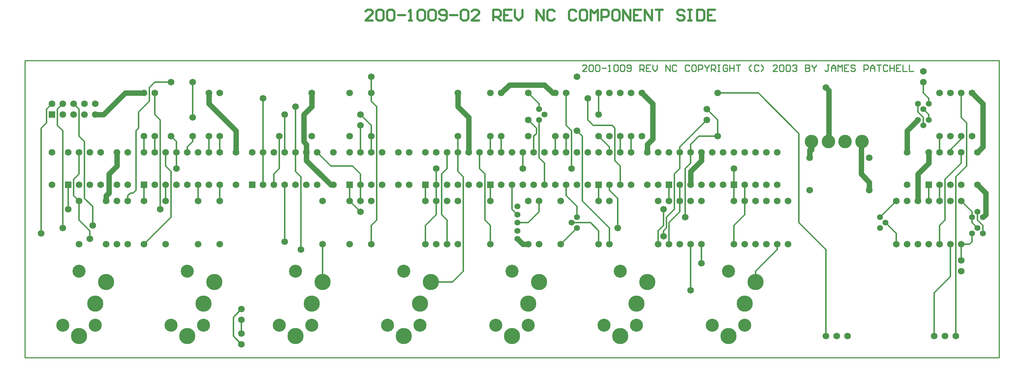
<source format=gtl>
*%FSLAX23Y23*%
*%MOIN*%
G01*
%ADD11C,0.007*%
%ADD12C,0.008*%
%ADD13C,0.010*%
%ADD14C,0.012*%
%ADD15C,0.020*%
%ADD16C,0.032*%
%ADD17C,0.036*%
%ADD18C,0.050*%
%ADD19C,0.052*%
%ADD20C,0.055*%
%ADD21C,0.056*%
%ADD22C,0.060*%
%ADD23C,0.061*%
%ADD24C,0.062*%
%ADD25C,0.066*%
%ADD26C,0.068*%
%ADD27C,0.070*%
%ADD28C,0.080*%
%ADD29C,0.090*%
%ADD30C,0.095*%
%ADD31C,0.115*%
%ADD32C,0.120*%
%ADD33C,0.125*%
%ADD34C,0.126*%
%ADD35C,0.131*%
%ADD36C,0.150*%
%ADD37C,0.156*%
%ADD38R,0.062X0.062*%
%ADD39R,0.068X0.068*%
D13*
X10925Y9130D02*
X10965D01*
X10925D02*
X10965Y9170D01*
Y9180D01*
X10955Y9190D01*
X10935D01*
X10925Y9180D01*
X10985D02*
X10995Y9190D01*
X11015D01*
X11025Y9180D01*
Y9140D01*
X11015Y9130D01*
X10995D01*
X10985Y9140D01*
Y9180D01*
X11045D02*
X11055Y9190D01*
X11075D01*
X11085Y9180D01*
Y9140D01*
X11075Y9130D01*
X11055D01*
X11045Y9140D01*
Y9180D01*
X11105Y9160D02*
X11145D01*
X11165Y9130D02*
X11185D01*
X11175D01*
Y9190D01*
X11176D01*
X11175D02*
X11165Y9180D01*
X11215D02*
X11225Y9190D01*
X11245D01*
X11255Y9180D01*
Y9140D01*
X11245Y9130D01*
X11225D01*
X11215Y9140D01*
Y9180D01*
X11275D02*
X11285Y9190D01*
X11305D01*
X11315Y9180D01*
Y9140D01*
X11305Y9130D01*
X11285D01*
X11275Y9140D01*
Y9180D01*
X11335Y9140D02*
X11345Y9130D01*
X11365D01*
X11375Y9140D01*
Y9180D01*
X11365Y9190D01*
X11345D01*
X11335Y9180D01*
Y9170D01*
X11345Y9160D01*
X11375D01*
X11455Y9130D02*
Y9190D01*
X11485D01*
X11495Y9180D01*
Y9160D01*
X11485Y9150D01*
X11455D01*
X11475D02*
X11495Y9130D01*
X11515Y9190D02*
X11555D01*
X11515D02*
Y9130D01*
X11555D01*
X11535Y9160D02*
X11515D01*
X11575Y9150D02*
Y9190D01*
Y9150D02*
X11595Y9130D01*
X11615Y9150D01*
Y9190D01*
X11695D02*
Y9130D01*
X11735D02*
X11695Y9190D01*
X11735D02*
Y9130D01*
X11795Y9180D02*
X11785Y9190D01*
X11765D01*
X11755Y9180D01*
Y9140D01*
X11765Y9130D01*
X11785D01*
X11795Y9140D01*
X11905Y9190D02*
X11915Y9180D01*
X11905Y9190D02*
X11885D01*
X11875Y9180D01*
Y9140D01*
X11885Y9130D01*
X11905D01*
X11915Y9140D01*
X11945Y9190D02*
X11965D01*
X11945D02*
X11935Y9180D01*
Y9140D01*
X11945Y9130D01*
X11965D01*
X11975Y9140D01*
Y9180D01*
X11965Y9190D01*
X11995D02*
Y9130D01*
Y9190D02*
X12025D01*
X12035Y9180D01*
Y9160D01*
X12025Y9150D01*
X11995D01*
X12055Y9180D02*
Y9190D01*
Y9180D02*
X12075Y9160D01*
X12095Y9180D01*
Y9190D01*
X12075Y9160D02*
Y9130D01*
X12115D02*
Y9190D01*
X12145D01*
X12155Y9180D01*
Y9160D01*
X12145Y9150D01*
X12115D01*
X12135D02*
X12155Y9130D01*
X12175Y9190D02*
X12195D01*
X12185D01*
Y9130D01*
X12175D01*
X12195D01*
X12255Y9190D02*
X12265Y9180D01*
X12255Y9190D02*
X12235D01*
X12225Y9180D01*
Y9140D01*
X12235Y9130D01*
X12255D01*
X12265Y9140D01*
Y9160D01*
X12245D01*
X12285Y9190D02*
Y9130D01*
Y9160D01*
X12325D01*
Y9190D01*
Y9130D01*
X12345Y9190D02*
X12385D01*
X12365D01*
Y9130D01*
X12465Y9150D02*
X12484Y9130D01*
X12465Y9150D02*
Y9170D01*
X12484Y9190D01*
X12544D02*
X12554Y9180D01*
X12544Y9190D02*
X12524D01*
X12514Y9180D01*
Y9140D01*
X12524Y9130D01*
X12544D01*
X12554Y9140D01*
X12574Y9130D02*
X12594Y9150D01*
Y9170D01*
X12574Y9190D01*
X12684Y9130D02*
X12724D01*
X12684D02*
X12724Y9170D01*
Y9180D01*
X12714Y9190D01*
X12694D01*
X12684Y9180D01*
X12744D02*
X12754Y9190D01*
X12774D01*
X12784Y9180D01*
Y9140D01*
X12774Y9130D01*
X12754D01*
X12744Y9140D01*
Y9180D01*
X12804D02*
X12814Y9190D01*
X12834D01*
X12844Y9180D01*
Y9140D01*
X12834Y9130D01*
X12814D01*
X12804Y9140D01*
Y9180D01*
X12864D02*
X12874Y9190D01*
X12894D01*
X12904Y9180D01*
Y9170D01*
X12905D01*
X12904D02*
X12905D01*
X12904D02*
X12905D01*
X12904D02*
X12894Y9160D01*
X12884D01*
X12894D01*
X12904Y9150D01*
Y9140D01*
X12894Y9130D01*
X12874D01*
X12864Y9140D01*
X12984Y9130D02*
Y9190D01*
Y9130D02*
X13014D01*
X13024Y9140D01*
Y9150D01*
X13014Y9160D01*
X12984D01*
X12985D01*
X12984D02*
X12985D01*
X12984D02*
X12985D01*
X12984D02*
X13014D01*
X13024Y9170D01*
Y9180D01*
X13014Y9190D01*
X12984D01*
X13044D02*
Y9180D01*
X13064Y9160D01*
X13084Y9180D01*
Y9190D01*
X13064Y9160D02*
Y9130D01*
X13184Y9190D02*
X13204D01*
X13194D02*
X13184D01*
X13194D02*
Y9140D01*
X13184Y9130D01*
X13174D01*
X13164Y9140D01*
X13224Y9130D02*
Y9170D01*
X13244Y9190D01*
X13264Y9170D01*
Y9130D01*
Y9160D01*
X13224D01*
X13284Y9130D02*
Y9190D01*
X13304Y9170D01*
X13324Y9190D01*
Y9130D01*
X13344Y9190D02*
X13384D01*
X13344D02*
Y9130D01*
X13384D01*
X13364Y9160D02*
X13344D01*
X13434Y9190D02*
X13444Y9180D01*
X13434Y9190D02*
X13414D01*
X13404Y9180D01*
Y9170D01*
X13414Y9160D01*
X13434D01*
X13444Y9150D01*
Y9140D01*
X13434Y9130D01*
X13414D01*
X13404Y9140D01*
X13524Y9130D02*
Y9190D01*
X13554D01*
X13564Y9180D01*
Y9160D01*
X13554Y9150D01*
X13524D01*
X13584Y9130D02*
Y9170D01*
X13604Y9190D01*
X13624Y9170D01*
Y9130D01*
Y9160D01*
X13584D01*
X13644Y9190D02*
X13684D01*
X13664D01*
Y9130D01*
X13734Y9190D02*
X13744Y9180D01*
X13734Y9190D02*
X13714D01*
X13704Y9180D01*
Y9140D01*
X13714Y9130D01*
X13734D01*
X13744Y9140D01*
X13764Y9130D02*
Y9190D01*
Y9160D02*
Y9130D01*
Y9160D02*
X13804D01*
Y9190D01*
Y9130D01*
X13824Y9190D02*
X13864D01*
X13824D02*
Y9130D01*
X13864D01*
X13844Y9160D02*
X13824D01*
X13884Y9190D02*
Y9130D01*
X13924D01*
X13944D02*
Y9190D01*
Y9130D02*
X13984D01*
X14775Y9230D02*
X5775D01*
Y6480D02*
X14775D01*
X5775D02*
Y9230D01*
X14775D02*
Y6480D01*
D14*
X11175Y7680D02*
X10925Y7930D01*
X10875Y7680D02*
X10725Y7530D01*
X12525Y7280D02*
X12725Y7480D01*
X14175Y7080D02*
X14325Y7230D01*
X14275Y8130D02*
X14425Y8280D01*
X13825Y7930D02*
X13675Y7780D01*
X12075Y8680D02*
X11825Y8430D01*
X12925Y7730D02*
X13175Y7480D01*
X12925Y8555D02*
X12550Y8930D01*
X8600Y8255D02*
X8475Y8380D01*
X7125Y7780D02*
X6875Y7530D01*
X5925Y7630D02*
Y8605D01*
X5975Y8655D01*
Y8780D01*
X6125Y8580D02*
Y7680D01*
X6075Y8630D02*
Y8780D01*
X6025Y8830D02*
X5975Y8780D01*
X6075Y8630D02*
X6125Y8580D01*
X6075Y8780D02*
X6125Y8830D01*
X6225Y8130D02*
Y7980D01*
X6275Y8180D02*
Y8380D01*
Y7930D02*
Y7855D01*
Y7755D01*
X6325Y7955D02*
Y8480D01*
X6275Y8530D02*
Y8780D01*
X6175Y8080D02*
Y7855D01*
X6225Y8130D02*
X6275Y8180D01*
X6225Y7980D02*
X6275Y7930D01*
Y7755D02*
X6375Y7655D01*
X6400Y7880D02*
X6325Y7955D01*
Y8480D02*
X6275Y8530D01*
Y8780D02*
X6225Y8830D01*
X9525Y7180D02*
X9725D01*
X6375Y7580D02*
Y7655D01*
X6400Y7705D02*
Y7880D01*
X6725Y7930D02*
Y7980D01*
X6750Y8005D01*
X14425Y7530D02*
X14500D01*
X6875Y7930D02*
Y8080D01*
Y8380D02*
Y8530D01*
X6800Y8580D02*
Y8030D01*
X6925Y8855D02*
Y8980D01*
X6825Y8755D02*
Y8605D01*
X6800Y8580D01*
Y8030D02*
X6775Y8005D01*
X6925Y8980D02*
X6975Y9030D01*
X6925Y8855D02*
X6825Y8755D01*
X10325Y7730D02*
X10425D01*
X10825D02*
X11000D01*
X7075Y7930D02*
Y8080D01*
X6975Y8380D02*
Y8530D01*
X7025Y8680D02*
Y7855D01*
X6975Y8730D02*
Y8930D01*
X7075Y8380D02*
Y8255D01*
X7025Y8680D02*
X6975Y8730D01*
X7075Y8255D02*
X7125Y8205D01*
X6775Y8005D02*
X6750D01*
X7275Y8380D02*
Y8430D01*
X7175Y8380D02*
Y8480D01*
Y8380D02*
Y8230D01*
X7125Y8205D02*
Y7780D01*
X7175Y8480D02*
X7125Y8530D01*
X7275Y8430D02*
X7325Y8480D01*
Y8530D01*
X7475D02*
Y8380D01*
X7375Y8080D02*
Y7930D01*
X7325Y8705D02*
Y9030D01*
X8600Y8255D02*
X8800D01*
X7575Y8380D02*
Y8530D01*
Y8080D02*
Y7930D01*
X7700Y6855D02*
Y6680D01*
X7775Y6605D01*
X7700Y6855D02*
X7775Y6930D01*
X12000Y8530D02*
X12050D01*
X12175D01*
X7775Y6830D02*
Y6705D01*
X11025Y8630D02*
X11100D01*
X11200D01*
X7975Y8380D02*
Y8080D01*
Y8380D02*
Y8880D01*
X8075Y8180D02*
Y8080D01*
Y8180D02*
X8125Y8230D01*
X12175Y8930D02*
X12550D01*
X8175Y8730D02*
Y8380D01*
Y8080D02*
Y7555D01*
X8125Y8230D02*
Y8530D01*
X8275Y8380D02*
Y8805D01*
Y8380D02*
Y8205D01*
X8325Y8155D01*
X7125Y9030D02*
X6975D01*
X8325Y8155D02*
Y7480D01*
X8525Y7530D02*
Y7180D01*
X8875Y8380D02*
Y8630D01*
X8775Y8080D02*
Y7930D01*
X8875D02*
Y8080D01*
Y8180D01*
X8975Y8630D02*
X8875Y8730D01*
X8775Y7930D02*
X8875Y7830D01*
Y8180D02*
X8800Y8255D01*
X9025Y7755D02*
Y8805D01*
X8975Y7705D02*
Y7530D01*
Y8380D02*
Y8530D01*
Y8630D01*
Y8855D02*
Y8930D01*
Y9080D01*
X9025Y7755D02*
X8975Y7705D01*
X9025Y8805D02*
X8975Y8855D01*
X9475Y8080D02*
Y7930D01*
Y7705D02*
Y7530D01*
X9575Y7805D02*
Y7930D01*
X9625Y7805D02*
Y8180D01*
X9575Y8080D02*
Y7930D01*
Y8055D02*
Y8230D01*
Y8080D02*
Y8055D01*
Y7805D02*
X9475Y7705D01*
X9625Y8180D02*
X9675Y8230D01*
X9625Y7805D02*
X9675Y7755D01*
Y7530D01*
Y8230D02*
Y8380D01*
X9825Y8155D02*
Y7430D01*
Y7280D01*
X9775Y8380D02*
Y8530D01*
Y8380D02*
Y8205D01*
X9825Y8155D01*
Y7280D02*
X9725Y7180D01*
X10025Y7755D02*
Y8180D01*
X9975Y8230D02*
Y8380D01*
X10025Y7755D02*
X10075Y7705D01*
X10025Y8180D02*
X9975Y8230D01*
X10075Y8080D02*
Y7930D01*
Y8380D02*
Y8530D01*
X10175D02*
Y8380D01*
X10075Y7705D02*
Y7530D01*
X10275Y7855D02*
Y8080D01*
X10375Y8230D02*
Y8380D01*
X10275Y7855D02*
X10325Y7805D01*
X10525Y8830D02*
X10425Y8930D01*
Y8680D02*
X10500Y8605D01*
X10525Y7830D02*
X10425Y7730D01*
X10575Y8080D02*
Y8280D01*
X10525Y8330D02*
Y8680D01*
Y8780D02*
Y8830D01*
X10500Y8605D02*
Y8555D01*
X10475Y8530D02*
Y8380D01*
X10525Y7930D02*
Y7830D01*
X10575Y8280D02*
X10525Y8330D01*
X10475Y8530D02*
X10500Y8555D01*
X10675Y8530D02*
Y8380D01*
X10775D02*
Y8530D01*
X10825Y8580D02*
Y8230D01*
X10775Y8630D02*
Y8930D01*
Y8080D02*
Y7980D01*
X10825Y8580D02*
X10775Y8630D01*
Y7980D02*
X10875Y7880D01*
X10925Y7930D02*
Y8530D01*
X10975Y8680D02*
Y8880D01*
X10875Y7880D02*
Y7780D01*
X10925Y8530D02*
X10875Y8580D01*
X10975Y8680D02*
X11025Y8630D01*
X11000Y7730D02*
X11075Y7655D01*
Y7930D02*
Y8080D01*
X11175Y7680D02*
Y7530D01*
X11225Y8305D02*
Y8605D01*
X11075Y8730D02*
Y8930D01*
X11175Y8430D02*
Y8380D01*
X11075Y7655D02*
Y7530D01*
X11175Y8030D02*
Y8080D01*
X11225Y8605D02*
X11200Y8630D01*
X11225Y8305D02*
X11275Y8255D01*
X11175Y8430D02*
X11075Y8530D01*
X11175Y8030D02*
X11250Y7955D01*
X11275Y8380D02*
Y8530D01*
X11375D02*
Y8380D01*
X11275Y8255D02*
Y8080D01*
X11250Y7955D02*
Y7680D01*
X11725Y7930D02*
Y8080D01*
Y7730D02*
Y7530D01*
X11675Y7705D02*
Y7855D01*
X11625Y7655D02*
Y7530D01*
X11675Y7605D02*
Y7655D01*
X11700Y7680D02*
Y7780D01*
X11775Y7855D02*
Y8180D01*
X11825Y7830D02*
X11725Y7730D01*
X11675Y7705D02*
X11625Y7655D01*
X11675D02*
X11700Y7680D01*
Y7780D02*
X11775Y7855D01*
Y8180D02*
X11825Y8230D01*
Y8080D02*
Y7930D01*
Y7830D01*
X11875Y7780D02*
Y8230D01*
X11825D02*
Y8380D01*
Y8430D01*
X11925Y8380D02*
Y8280D01*
Y8380D02*
Y8455D01*
Y7530D02*
Y7105D01*
X11875Y8230D02*
X11925Y8280D01*
Y8455D02*
X12000Y8530D01*
X12025Y7530D02*
Y7355D01*
X12175Y8530D02*
Y8680D01*
X12075Y8780D01*
X12325Y7705D02*
Y7530D01*
Y7930D02*
Y8080D01*
Y8230D01*
X12425Y7805D02*
X12325Y7705D01*
X12425Y7930D02*
Y8080D01*
Y7930D02*
Y7805D01*
X12525Y7280D02*
Y7180D01*
X12725Y7480D02*
Y7530D01*
X12925Y7730D02*
Y8555D01*
X13175Y7480D02*
Y6680D01*
X13825Y7630D02*
X13725Y7730D01*
X13825Y7630D02*
Y7530D01*
X14125Y7930D02*
Y8080D01*
X14025Y8755D02*
Y8830D01*
X14075Y8705D02*
Y8630D01*
X14125Y8680D02*
Y8730D01*
Y8830D02*
Y8880D01*
X14075Y8930D02*
Y9030D01*
Y8780D02*
X14125Y8730D01*
X14075Y8705D02*
X14025Y8755D01*
X14125Y8880D02*
X14075Y8930D01*
X14225Y8530D02*
Y8380D01*
Y8080D02*
Y7930D01*
X14325Y8380D02*
Y8405D01*
Y7530D02*
Y7230D01*
X14175Y7080D02*
Y6680D01*
X14275Y7755D02*
Y8130D01*
X14225Y7705D02*
Y7530D01*
X14325Y8405D02*
X14425Y8505D01*
X14275Y7755D02*
X14225Y7705D01*
X14425Y8505D02*
Y8530D01*
X14525Y7830D02*
Y7780D01*
Y7730D01*
X14475Y8255D02*
Y8655D01*
X14375Y8155D02*
Y6680D01*
X14425Y8705D02*
Y8930D01*
Y7530D02*
Y7380D01*
X14525Y7555D02*
Y7630D01*
X14425Y8280D02*
Y8380D01*
Y7930D02*
X14525Y7830D01*
Y7730D02*
X14575Y7680D01*
X14475Y8655D02*
X14425Y8705D01*
X14475Y8255D02*
X14375Y8155D01*
X14525Y7555D02*
X14500Y7530D01*
X14625Y7630D02*
Y7705D01*
X14575Y7755D02*
Y7830D01*
Y7755D02*
X14625Y7705D01*
D15*
X8987Y9600D02*
X8920D01*
X8987Y9667D01*
Y9683D01*
X8970Y9700D01*
X8937D01*
X8920Y9683D01*
X9020D02*
X9037Y9700D01*
X9070D01*
X9087Y9683D01*
Y9617D01*
X9070Y9600D01*
X9037D01*
X9020Y9617D01*
Y9683D01*
X9120D02*
X9137Y9700D01*
X9170D01*
X9187Y9683D01*
Y9617D01*
X9170Y9600D01*
X9137D01*
X9120Y9617D01*
Y9683D01*
X9220Y9650D02*
X9287D01*
X9320Y9600D02*
X9353D01*
X9337D01*
Y9700D01*
X9338D01*
X9337D02*
X9320Y9683D01*
X9403D02*
X9420Y9700D01*
X9453D01*
X9470Y9683D01*
Y9617D01*
X9453Y9600D01*
X9420D01*
X9403Y9617D01*
Y9683D01*
X9503D02*
X9520Y9700D01*
X9553D01*
X9570Y9683D01*
Y9617D01*
X9553Y9600D01*
X9520D01*
X9503Y9617D01*
Y9683D01*
X9603Y9617D02*
X9620Y9600D01*
X9653D01*
X9670Y9617D01*
Y9683D01*
X9653Y9700D01*
X9620D01*
X9603Y9683D01*
Y9667D01*
X9620Y9650D01*
X9670D01*
X9703D02*
X9770D01*
X9803Y9683D02*
X9820Y9700D01*
X9853D01*
X9870Y9683D01*
Y9617D01*
X9853Y9600D01*
X9820D01*
X9803Y9617D01*
Y9683D01*
X9903Y9600D02*
X9970D01*
X9903D02*
X9970Y9667D01*
Y9683D01*
X9953Y9700D01*
X9920D01*
X9903Y9683D01*
X10103Y9700D02*
Y9600D01*
Y9700D02*
X10153D01*
X10170Y9683D01*
Y9650D01*
X10153Y9633D01*
X10103D01*
X10136D02*
X10170Y9600D01*
X10203Y9700D02*
X10270D01*
X10203D02*
Y9600D01*
X10270D01*
X10236Y9650D02*
X10203D01*
X10303Y9633D02*
Y9700D01*
Y9633D02*
X10336Y9600D01*
X10370Y9633D01*
Y9700D01*
X10503D02*
Y9600D01*
X10569D02*
X10503Y9700D01*
X10569D02*
Y9600D01*
X10669Y9683D02*
X10653Y9700D01*
X10619D01*
X10603Y9683D01*
Y9617D01*
X10619Y9600D01*
X10653D01*
X10669Y9617D01*
X10853Y9700D02*
X10869Y9683D01*
X10853Y9700D02*
X10819D01*
X10803Y9683D01*
Y9617D01*
X10819Y9600D01*
X10853D01*
X10869Y9617D01*
X10919Y9700D02*
X10953D01*
X10919D02*
X10903Y9683D01*
Y9617D01*
X10919Y9600D01*
X10953D01*
X10969Y9617D01*
Y9683D01*
X10953Y9700D01*
X11003D02*
Y9600D01*
X11036Y9667D02*
X11003Y9700D01*
X11036Y9667D02*
X11069Y9700D01*
Y9600D01*
X11103D02*
Y9700D01*
X11153D01*
X11169Y9683D01*
Y9650D01*
X11153Y9633D01*
X11103D01*
X11219Y9700D02*
X11253D01*
X11219D02*
X11203Y9683D01*
Y9617D01*
X11219Y9600D01*
X11253D01*
X11269Y9617D01*
Y9683D01*
X11253Y9700D01*
X11303D02*
Y9600D01*
X11369D02*
X11303Y9700D01*
X11369D02*
Y9600D01*
X11403Y9700D02*
X11469D01*
X11403D02*
Y9600D01*
X11469D01*
X11436Y9650D02*
X11403D01*
X11502Y9600D02*
Y9700D01*
X11569Y9600D01*
Y9700D01*
X11602D02*
X11669D01*
X11636D01*
Y9600D01*
X11852Y9700D02*
X11869Y9683D01*
X11852Y9700D02*
X11819D01*
X11802Y9683D01*
Y9667D01*
X11819Y9650D01*
X11852D01*
X11869Y9633D01*
Y9617D01*
X11852Y9600D01*
X11819D01*
X11802Y9617D01*
X11902Y9700D02*
X11936D01*
X11919D01*
Y9600D01*
X11902D01*
X11936D01*
X11986D02*
Y9700D01*
Y9600D02*
X12036D01*
X12052Y9617D01*
Y9683D01*
X12036Y9700D01*
X11986D01*
X12086D02*
X12152D01*
X12086D02*
Y9600D01*
X12152D01*
X12119Y9650D02*
X12086D01*
D18*
X13500Y8180D02*
X13575Y8105D01*
X14625Y7780D02*
X14650Y7805D01*
Y8005D02*
X14575Y8080D01*
X9875Y8705D02*
X9775Y8805D01*
X11525Y8880D02*
X11575Y8830D01*
Y8505D02*
X11525Y8455D01*
Y8880D02*
X11475Y8930D01*
X14575Y8380D02*
X14625Y8430D01*
Y8830D02*
X14525Y8930D01*
X14125Y8280D02*
X14025Y8180D01*
X13925Y8580D02*
X14025Y8680D01*
X10250Y9005D02*
X10175Y8930D01*
X10575Y9005D02*
X10650Y8930D01*
X10325Y7580D02*
X10375Y7530D01*
X11925Y8205D02*
X12025Y8305D01*
X6700Y8930D02*
X6500Y8730D01*
X8350D02*
X8425Y8805D01*
X8350Y8480D02*
X8375Y8455D01*
Y8305D02*
X8600Y8080D01*
X13175Y8980D02*
X13200Y8955D01*
X7725Y8580D02*
X7475Y8830D01*
X6550Y8005D02*
X6525Y7980D01*
X6550Y8180D02*
X6625Y8255D01*
X6525Y7980D02*
Y7930D01*
X6550Y8005D02*
Y8180D01*
X6625Y8255D02*
Y8380D01*
X10375Y7530D02*
X10425D01*
X8625Y8080D02*
X8600D01*
X7475Y8830D02*
Y8930D01*
X13025Y8405D02*
X13041D01*
X13500Y8480D02*
X13509D01*
X7725Y8380D02*
Y8580D01*
X6500Y8730D02*
X6425D01*
X10650Y8930D02*
X10675D01*
X6875D02*
X6700D01*
X10250Y9005D02*
X10575D01*
X8350Y8730D02*
Y8480D01*
X8425Y8805D02*
Y8930D01*
X8375Y8455D02*
Y8380D01*
Y8305D01*
X9775Y8805D02*
Y8930D01*
X9875Y8705D02*
Y8380D01*
X11575Y8505D02*
Y8830D01*
X11525Y8455D02*
Y8380D01*
X11925Y8205D02*
Y8080D01*
X12025Y8305D02*
Y8380D01*
X13025Y8405D02*
Y8330D01*
X13041Y8405D02*
Y8480D01*
X13200D02*
Y8955D01*
X13500Y8405D02*
Y8180D01*
Y8405D02*
Y8480D01*
X13575Y8105D02*
Y8030D01*
X13925Y8380D02*
Y8580D01*
X14125Y8380D02*
Y8280D01*
X14025Y8180D02*
Y7930D01*
X14650Y8005D02*
Y7805D01*
X14625Y8430D02*
Y8830D01*
D20*
Y7630D02*
D03*
X14525D02*
D03*
X14575Y7680D02*
D03*
X14625Y7780D02*
D03*
X14525D02*
D03*
X14575Y7830D02*
D03*
X14025Y8830D02*
D03*
X14125D02*
D03*
X14075Y8780D02*
D03*
X14025Y8680D02*
D03*
X14125D02*
D03*
X14075Y8630D02*
D03*
X13675Y7780D02*
D03*
X13725Y7730D02*
D03*
X13675Y7680D02*
D03*
X10525Y8680D02*
D03*
Y8780D02*
D03*
X10575Y8730D02*
D03*
X10325Y7880D02*
D03*
Y7730D02*
D03*
Y7655D02*
D03*
Y7580D02*
D03*
Y7805D02*
D03*
X10875Y7780D02*
D03*
Y7680D02*
D03*
X10825Y7730D02*
D03*
D24*
X13175Y8980D02*
D03*
X12325Y8230D02*
D03*
X12025Y7355D02*
D03*
X11925Y7105D02*
D03*
X11875Y7780D02*
D03*
X11675Y7605D02*
D03*
Y7855D02*
D03*
X11250Y7680D02*
D03*
X11075Y8730D02*
D03*
X10825Y8230D02*
D03*
X10425Y8680D02*
D03*
X10375Y8230D02*
D03*
X9575D02*
D03*
X8975Y9080D02*
D03*
X8325Y7480D02*
D03*
X8275Y8805D02*
D03*
X8175Y8730D02*
D03*
X8125Y8530D02*
D03*
X8175Y7555D02*
D03*
X7975Y8880D02*
D03*
X7325Y8705D02*
D03*
X7175Y8230D02*
D03*
X7025Y7855D02*
D03*
X6400Y7705D02*
D03*
X6375Y7580D02*
D03*
X6175Y7855D02*
D03*
X6125Y7680D02*
D03*
X5925Y7630D02*
D03*
X14225Y8530D02*
D03*
Y8930D02*
D03*
X14325Y8530D02*
D03*
Y8930D02*
D03*
X14425Y8530D02*
D03*
Y8930D02*
D03*
X14525Y8530D02*
D03*
Y8930D02*
D03*
X14425Y7280D02*
D03*
Y7380D02*
D03*
X14225Y7530D02*
D03*
Y7930D02*
D03*
X14325D02*
D03*
Y7530D02*
D03*
X14425D02*
D03*
Y7930D02*
D03*
X14575Y8080D02*
D03*
Y8380D02*
D03*
X14375Y6680D02*
D03*
X14175D02*
D03*
X14275D02*
D03*
X14075Y9030D02*
D03*
Y9130D02*
D03*
X12725Y8380D02*
D03*
Y8080D02*
D03*
X13575Y8030D02*
D03*
Y8330D02*
D03*
X13025D02*
D03*
Y8030D02*
D03*
X13925Y8380D02*
D03*
Y8080D02*
D03*
X14025Y7930D02*
D03*
Y7530D02*
D03*
X13825D02*
D03*
Y7930D02*
D03*
X13925D02*
D03*
Y7530D02*
D03*
X14125Y7930D02*
D03*
Y7530D02*
D03*
X14225Y8080D02*
D03*
X14325D02*
D03*
X14425D02*
D03*
Y8380D02*
D03*
X14325D02*
D03*
X14225D02*
D03*
X14125D02*
D03*
X12825Y7530D02*
D03*
Y7930D02*
D03*
X12625Y7530D02*
D03*
Y7930D02*
D03*
X12725Y7530D02*
D03*
Y7930D02*
D03*
X13375Y6680D02*
D03*
X13175D02*
D03*
X13275D02*
D03*
X12075Y8680D02*
D03*
Y8780D02*
D03*
X12175Y8930D02*
D03*
Y8530D02*
D03*
X11175Y8930D02*
D03*
Y8530D02*
D03*
X11375D02*
D03*
Y8930D02*
D03*
X11825Y7530D02*
D03*
Y7930D02*
D03*
X12225Y8080D02*
D03*
Y8380D02*
D03*
X11175Y8080D02*
D03*
X11275D02*
D03*
X11375D02*
D03*
Y8380D02*
D03*
X11275D02*
D03*
X11175D02*
D03*
X11075D02*
D03*
X11175Y7530D02*
D03*
Y7930D02*
D03*
X11075D02*
D03*
Y7530D02*
D03*
Y8530D02*
D03*
Y8930D02*
D03*
X11275Y8530D02*
D03*
Y8930D02*
D03*
X11475D02*
D03*
Y8530D02*
D03*
X11525Y8080D02*
D03*
Y8380D02*
D03*
X11625D02*
D03*
Y8080D02*
D03*
X11825D02*
D03*
X11925D02*
D03*
X12025D02*
D03*
Y8380D02*
D03*
X11925D02*
D03*
X11825D02*
D03*
X11725D02*
D03*
X12125Y8080D02*
D03*
Y8380D02*
D03*
X12525Y8080D02*
D03*
X12625D02*
D03*
Y8380D02*
D03*
X12525D02*
D03*
X12425D02*
D03*
X12325D02*
D03*
X12425Y8080D02*
D03*
X11625Y7930D02*
D03*
Y7530D02*
D03*
X11725D02*
D03*
Y7930D02*
D03*
X11925Y7530D02*
D03*
Y7930D02*
D03*
X12025Y7530D02*
D03*
Y7930D02*
D03*
X12325Y7530D02*
D03*
Y7930D02*
D03*
X12525Y7530D02*
D03*
Y7930D02*
D03*
X12425Y7530D02*
D03*
Y7930D02*
D03*
X10175Y8930D02*
D03*
Y8530D02*
D03*
X10425Y8930D02*
D03*
Y8530D02*
D03*
X10675Y8930D02*
D03*
Y8530D02*
D03*
X10775Y8930D02*
D03*
Y8530D02*
D03*
X10875Y9080D02*
D03*
Y8580D02*
D03*
X10975Y8880D02*
D03*
X9575Y8080D02*
D03*
X9675D02*
D03*
X9775D02*
D03*
Y8380D02*
D03*
X9675D02*
D03*
X9575D02*
D03*
X9475D02*
D03*
X9775Y8530D02*
D03*
Y8930D02*
D03*
X9475Y7530D02*
D03*
Y7930D02*
D03*
X9575D02*
D03*
Y7530D02*
D03*
X9675D02*
D03*
Y7930D02*
D03*
X9775D02*
D03*
Y7530D02*
D03*
X9875Y8080D02*
D03*
Y8380D02*
D03*
X9975D02*
D03*
Y8080D02*
D03*
X10175D02*
D03*
X10275D02*
D03*
X10375D02*
D03*
X10475D02*
D03*
X10575D02*
D03*
X10675D02*
D03*
X10775D02*
D03*
Y8380D02*
D03*
X10675D02*
D03*
X10575D02*
D03*
X10475D02*
D03*
X10375D02*
D03*
X10275D02*
D03*
X10175D02*
D03*
X10075D02*
D03*
Y8530D02*
D03*
Y8930D02*
D03*
Y7530D02*
D03*
Y7930D02*
D03*
X10425D02*
D03*
Y7530D02*
D03*
X10525Y7930D02*
D03*
Y7530D02*
D03*
X10725D02*
D03*
Y7930D02*
D03*
X10875Y8080D02*
D03*
Y8380D02*
D03*
X10975D02*
D03*
Y8080D02*
D03*
X8875Y8630D02*
D03*
Y8730D02*
D03*
X8975Y8930D02*
D03*
Y8530D02*
D03*
X8425Y8930D02*
D03*
Y8530D02*
D03*
X8775Y8930D02*
D03*
Y8530D02*
D03*
X8875Y8080D02*
D03*
X8975D02*
D03*
X9075D02*
D03*
Y8380D02*
D03*
X8975D02*
D03*
X8875D02*
D03*
X8775D02*
D03*
X8525Y7930D02*
D03*
Y7530D02*
D03*
X8775Y7930D02*
D03*
Y7530D02*
D03*
X8875Y7830D02*
D03*
Y7930D02*
D03*
X8975D02*
D03*
Y7530D02*
D03*
X9325Y8380D02*
D03*
Y8080D02*
D03*
X8625Y8380D02*
D03*
Y8080D02*
D03*
X9225D02*
D03*
Y8380D02*
D03*
X7475Y8930D02*
D03*
Y8530D02*
D03*
X6975Y8930D02*
D03*
Y8530D02*
D03*
X6875Y8930D02*
D03*
Y8530D02*
D03*
X7575Y8930D02*
D03*
Y8530D02*
D03*
X8075Y8080D02*
D03*
X8175D02*
D03*
X8275D02*
D03*
X8375D02*
D03*
X8475D02*
D03*
Y8380D02*
D03*
X8375D02*
D03*
X8275D02*
D03*
X8175D02*
D03*
X8075D02*
D03*
X7975D02*
D03*
X7875D02*
D03*
X7975Y8080D02*
D03*
X7725D02*
D03*
Y8380D02*
D03*
X6725D02*
D03*
Y8080D02*
D03*
X6625D02*
D03*
Y8380D02*
D03*
X7325Y8530D02*
D03*
Y9030D02*
D03*
X7125Y8530D02*
D03*
Y9030D02*
D03*
X6975Y8080D02*
D03*
X7075D02*
D03*
X7175D02*
D03*
X7275D02*
D03*
X7375D02*
D03*
X7475D02*
D03*
X7575D02*
D03*
Y8380D02*
D03*
X7475D02*
D03*
X7375D02*
D03*
X7275D02*
D03*
X7175D02*
D03*
X7075D02*
D03*
X6975D02*
D03*
X6875D02*
D03*
X6725Y7930D02*
D03*
Y7530D02*
D03*
X6875Y7930D02*
D03*
Y7530D02*
D03*
X7075Y7930D02*
D03*
Y7530D02*
D03*
X7575Y7930D02*
D03*
Y7530D02*
D03*
X7375Y7930D02*
D03*
Y7530D02*
D03*
X6625D02*
D03*
Y7930D02*
D03*
X6525D02*
D03*
Y7530D02*
D03*
X7775Y6830D02*
D03*
Y6930D02*
D03*
Y6605D02*
D03*
Y6705D02*
D03*
X6425Y8830D02*
D03*
Y8730D02*
D03*
X6325Y8830D02*
D03*
Y8730D02*
D03*
X6225Y8830D02*
D03*
Y8730D02*
D03*
X6125Y8830D02*
D03*
Y8730D02*
D03*
X6025Y8830D02*
D03*
X6275Y7930D02*
D03*
Y7530D02*
D03*
Y8080D02*
D03*
X6375D02*
D03*
X6475D02*
D03*
Y8380D02*
D03*
X6375D02*
D03*
X6275D02*
D03*
X6175D02*
D03*
X6025D02*
D03*
Y8080D02*
D03*
D32*
X12125Y6780D02*
D03*
X12425D02*
D03*
X12275Y7280D02*
D03*
X11125Y6780D02*
D03*
X11425D02*
D03*
X11275Y7280D02*
D03*
X10125Y6780D02*
D03*
X10425D02*
D03*
X10275Y7280D02*
D03*
X8125Y6780D02*
D03*
X8425D02*
D03*
X8275Y7280D02*
D03*
X9125Y6780D02*
D03*
X9425D02*
D03*
X9275Y7280D02*
D03*
X7125Y6780D02*
D03*
X7425D02*
D03*
X7275Y7280D02*
D03*
X6125Y6780D02*
D03*
X6425D02*
D03*
X6275Y7280D02*
D03*
D33*
X13197Y8480D02*
D03*
X13509D02*
D03*
X13041D02*
D03*
X13353D02*
D03*
D36*
X12525Y7180D02*
D03*
X12425Y6980D02*
D03*
X12275Y6680D02*
D03*
X11525Y7180D02*
D03*
X11425Y6980D02*
D03*
X11275Y6680D02*
D03*
X10525Y7180D02*
D03*
X10425Y6980D02*
D03*
X10275Y6680D02*
D03*
X8525Y7180D02*
D03*
X8425Y6980D02*
D03*
X8275Y6680D02*
D03*
X9525Y7180D02*
D03*
X9425Y6980D02*
D03*
X9275Y6680D02*
D03*
X7525Y7180D02*
D03*
X7425Y6980D02*
D03*
X7275Y6680D02*
D03*
X6525Y7180D02*
D03*
X6425Y6980D02*
D03*
X6275Y6680D02*
D03*
D38*
X14125Y8080D02*
D03*
X11075D02*
D03*
X11725D02*
D03*
X12325D02*
D03*
X9475D02*
D03*
X10075D02*
D03*
X8775D02*
D03*
X7875D02*
D03*
X6875D02*
D03*
X6025Y8730D02*
D03*
X6175Y8080D02*
D03*
M02*

</source>
